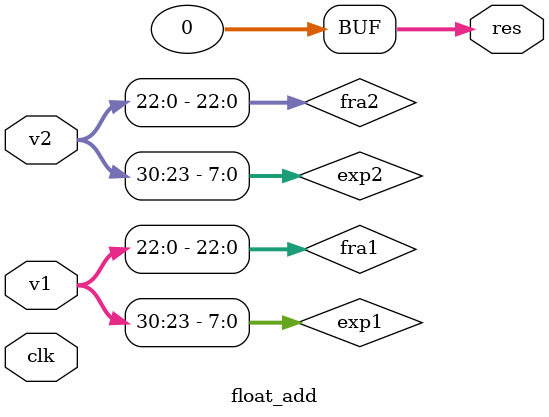
<source format=sv>
module float_add(
	input wire clk,
	input wire [31:0] v1,
	input wire [31:0] v2,

	output wire [31:0] res
);

	wire [7:0] exp1 = v1[30:23];
	wire [7:0] exp2 = v2[30:23];

	wire [22:0] fra1 = v1[22:0];
	wire [22:0] fra2 = v2[22:0];

	assign res = 32'h0;

endmodule

</source>
